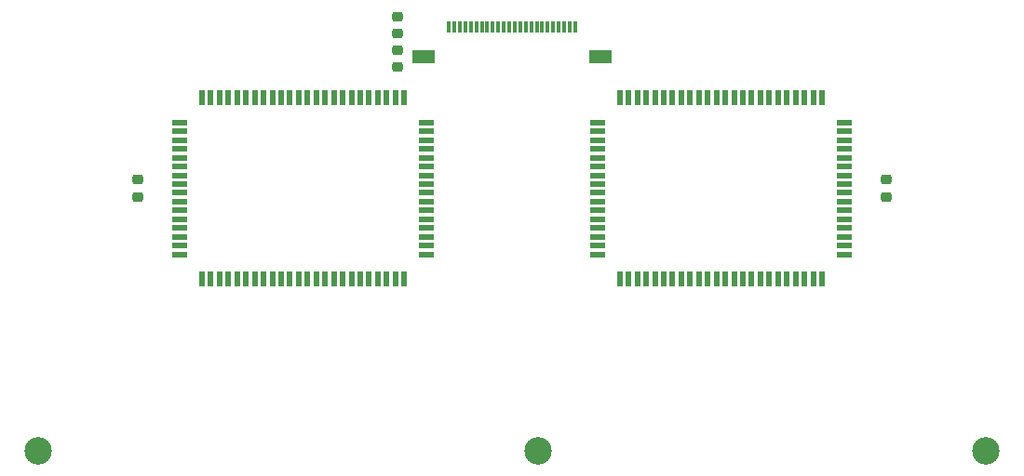
<source format=gbr>
G04 #@! TF.GenerationSoftware,KiCad,Pcbnew,6.0.9-8da3e8f707~117~ubuntu22.04.1*
G04 #@! TF.CreationDate,2023-03-03T14:59:22+01:00*
G04 #@! TF.ProjectId,ModulAdapterBasic,4d6f6475-6c41-4646-9170-746572426173,rev?*
G04 #@! TF.SameCoordinates,Original*
G04 #@! TF.FileFunction,Paste,Bot*
G04 #@! TF.FilePolarity,Positive*
%FSLAX46Y46*%
G04 Gerber Fmt 4.6, Leading zero omitted, Abs format (unit mm)*
G04 Created by KiCad (PCBNEW 6.0.9-8da3e8f707~117~ubuntu22.04.1) date 2023-03-03 14:59:22*
%MOMM*%
%LPD*%
G01*
G04 APERTURE LIST*
G04 Aperture macros list*
%AMRoundRect*
0 Rectangle with rounded corners*
0 $1 Rounding radius*
0 $2 $3 $4 $5 $6 $7 $8 $9 X,Y pos of 4 corners*
0 Add a 4 corners polygon primitive as box body*
4,1,4,$2,$3,$4,$5,$6,$7,$8,$9,$2,$3,0*
0 Add four circle primitives for the rounded corners*
1,1,$1+$1,$2,$3*
1,1,$1+$1,$4,$5*
1,1,$1+$1,$6,$7*
1,1,$1+$1,$8,$9*
0 Add four rect primitives between the rounded corners*
20,1,$1+$1,$2,$3,$4,$5,0*
20,1,$1+$1,$4,$5,$6,$7,0*
20,1,$1+$1,$6,$7,$8,$9,0*
20,1,$1+$1,$8,$9,$2,$3,0*%
G04 Aperture macros list end*
%ADD10C,2.500000*%
%ADD11R,2.000000X1.300000*%
%ADD12R,0.300000X1.000000*%
%ADD13R,0.500000X1.480000*%
%ADD14R,1.480000X0.500000*%
%ADD15RoundRect,0.218750X-0.256250X0.218750X-0.256250X-0.218750X0.256250X-0.218750X0.256250X0.218750X0*%
%ADD16RoundRect,0.218750X0.256250X-0.218750X0.256250X0.218750X-0.256250X0.218750X-0.256250X-0.218750X0*%
G04 APERTURE END LIST*
D10*
X102400000Y-123400000D03*
X56900000Y-123400000D03*
X143100000Y-123400000D03*
D11*
X108050000Y-87500000D03*
X91950000Y-87500000D03*
D12*
X105750000Y-84800000D03*
X105250000Y-84800000D03*
X104750000Y-84800000D03*
X104250000Y-84800000D03*
X103750000Y-84800000D03*
X103250000Y-84800000D03*
X102750000Y-84800000D03*
X102250000Y-84800000D03*
X101750000Y-84800000D03*
X101250000Y-84800000D03*
X100750000Y-84800000D03*
X100250000Y-84800000D03*
X99750000Y-84800000D03*
X99250000Y-84800000D03*
X98750000Y-84800000D03*
X98250000Y-84800000D03*
X97750000Y-84800000D03*
X97250000Y-84800000D03*
X96750000Y-84800000D03*
X96250000Y-84800000D03*
X95750000Y-84800000D03*
X95250000Y-84800000D03*
X94750000Y-84800000D03*
X94250000Y-84800000D03*
D13*
X109800000Y-91260000D03*
X110600000Y-91260000D03*
X111400000Y-91260000D03*
X112200000Y-91260000D03*
X113000000Y-91260000D03*
X113800000Y-91260000D03*
X114600000Y-91260000D03*
X115400000Y-91260000D03*
X116200000Y-91260000D03*
X117000000Y-91260000D03*
X117800000Y-91260000D03*
X118600000Y-91260000D03*
X119400000Y-91260000D03*
X120200000Y-91260000D03*
X121000000Y-91260000D03*
X121800000Y-91260000D03*
X122600000Y-91260000D03*
X123400000Y-91260000D03*
X124200000Y-91260000D03*
X125000000Y-91260000D03*
X125800000Y-91260000D03*
X126600000Y-91260000D03*
X127400000Y-91260000D03*
X128200000Y-91260000D03*
D14*
X130240000Y-93500000D03*
X130240000Y-94300000D03*
X130240000Y-95100000D03*
X130240000Y-95900000D03*
X130240000Y-96700000D03*
X130240000Y-97500000D03*
X130240000Y-98300000D03*
X130240000Y-99100000D03*
X130240000Y-99900000D03*
X130240000Y-100700000D03*
X130240000Y-101500000D03*
X130240000Y-102300000D03*
X130240000Y-103100000D03*
X130240000Y-103900000D03*
X130240000Y-104700000D03*
X130240000Y-105500000D03*
D13*
X128200000Y-107740000D03*
X127400000Y-107740000D03*
X126600000Y-107740000D03*
X125800000Y-107740000D03*
X125000000Y-107740000D03*
X124200000Y-107740000D03*
X123400000Y-107740000D03*
X122600000Y-107740000D03*
X121800000Y-107740000D03*
X121000000Y-107740000D03*
X120200000Y-107740000D03*
X119400000Y-107740000D03*
X118600000Y-107740000D03*
X117800000Y-107740000D03*
X117000000Y-107740000D03*
X116200000Y-107740000D03*
X115400000Y-107740000D03*
X114600000Y-107740000D03*
X113800000Y-107740000D03*
X113000000Y-107740000D03*
X112200000Y-107740000D03*
X111400000Y-107740000D03*
X110600000Y-107740000D03*
X109800000Y-107740000D03*
D14*
X107760000Y-105500000D03*
X107760000Y-104700000D03*
X107760000Y-103900000D03*
X107760000Y-103100000D03*
X107760000Y-102300000D03*
X107760000Y-101500000D03*
X107760000Y-100700000D03*
X107760000Y-99900000D03*
X107760000Y-99100000D03*
X107760000Y-98300000D03*
X107760000Y-97500000D03*
X107760000Y-96700000D03*
X107760000Y-95900000D03*
X107760000Y-95100000D03*
X107760000Y-94300000D03*
X107760000Y-93500000D03*
D15*
X134000000Y-98712500D03*
X134000000Y-100287500D03*
D16*
X66000000Y-100287500D03*
X66000000Y-98712500D03*
X89586000Y-88468500D03*
X89586000Y-86893500D03*
D15*
X89586000Y-83820000D03*
X89586000Y-85395000D03*
D13*
X90200000Y-107740000D03*
X89400000Y-107740000D03*
X88600000Y-107740000D03*
X87800000Y-107740000D03*
X87000000Y-107740000D03*
X86200000Y-107740000D03*
X85400000Y-107740000D03*
X84600000Y-107740000D03*
X83800000Y-107740000D03*
X83000000Y-107740000D03*
X82200000Y-107740000D03*
X81400000Y-107740000D03*
X80600000Y-107740000D03*
X79800000Y-107740000D03*
X79000000Y-107740000D03*
X78200000Y-107740000D03*
X77400000Y-107740000D03*
X76600000Y-107740000D03*
X75800000Y-107740000D03*
X75000000Y-107740000D03*
X74200000Y-107740000D03*
X73400000Y-107740000D03*
X72600000Y-107740000D03*
X71800000Y-107740000D03*
D14*
X69760000Y-105500000D03*
X69760000Y-104700000D03*
X69760000Y-103900000D03*
X69760000Y-103100000D03*
X69760000Y-102300000D03*
X69760000Y-101500000D03*
X69760000Y-100700000D03*
X69760000Y-99900000D03*
X69760000Y-99100000D03*
X69760000Y-98300000D03*
X69760000Y-97500000D03*
X69760000Y-96700000D03*
X69760000Y-95900000D03*
X69760000Y-95100000D03*
X69760000Y-94300000D03*
X69760000Y-93500000D03*
D13*
X71800000Y-91260000D03*
X72600000Y-91260000D03*
X73400000Y-91260000D03*
X74200000Y-91260000D03*
X75000000Y-91260000D03*
X75800000Y-91260000D03*
X76600000Y-91260000D03*
X77400000Y-91260000D03*
X78200000Y-91260000D03*
X79000000Y-91260000D03*
X79800000Y-91260000D03*
X80600000Y-91260000D03*
X81400000Y-91260000D03*
X82200000Y-91260000D03*
X83000000Y-91260000D03*
X83800000Y-91260000D03*
X84600000Y-91260000D03*
X85400000Y-91260000D03*
X86200000Y-91260000D03*
X87000000Y-91260000D03*
X87800000Y-91260000D03*
X88600000Y-91260000D03*
X89400000Y-91260000D03*
X90200000Y-91260000D03*
D14*
X92240000Y-93500000D03*
X92240000Y-94300000D03*
X92240000Y-95100000D03*
X92240000Y-95900000D03*
X92240000Y-96700000D03*
X92240000Y-97500000D03*
X92240000Y-98300000D03*
X92240000Y-99100000D03*
X92240000Y-99900000D03*
X92240000Y-100700000D03*
X92240000Y-101500000D03*
X92240000Y-102300000D03*
X92240000Y-103100000D03*
X92240000Y-103900000D03*
X92240000Y-104700000D03*
X92240000Y-105500000D03*
M02*

</source>
